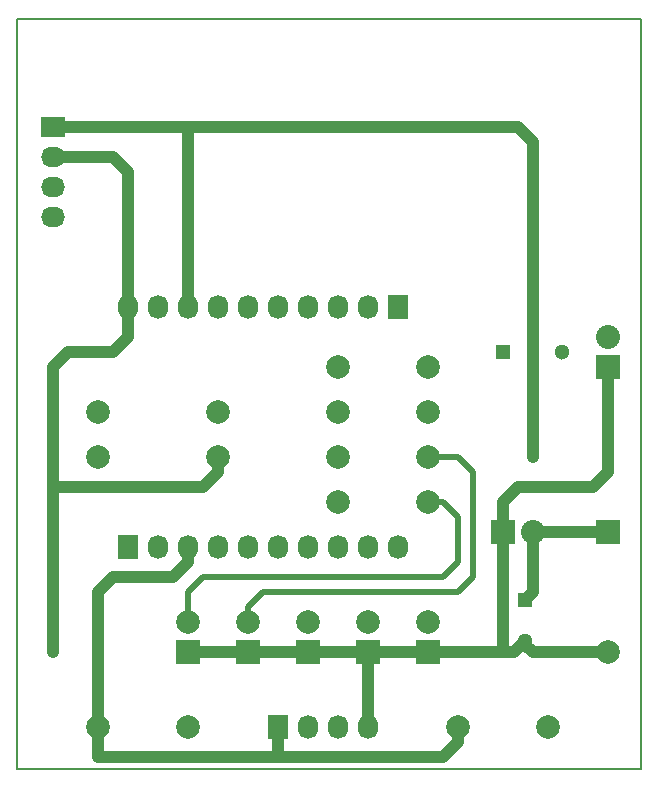
<source format=gbr>
G04 #@! TF.FileFunction,Copper,L1,Top,Signal*
%FSLAX46Y46*%
G04 Gerber Fmt 4.6, Leading zero omitted, Abs format (unit mm)*
G04 Created by KiCad (PCBNEW 4.0.5+dfsg1-4) date Wed Jul 15 16:21:16 2020*
%MOMM*%
%LPD*%
G01*
G04 APERTURE LIST*
%ADD10C,0.150000*%
%ADD11C,1.998980*%
%ADD12R,2.000000X2.000000*%
%ADD13C,2.000000*%
%ADD14R,2.032000X1.727200*%
%ADD15O,2.032000X1.727200*%
%ADD16R,1.727200X2.032000*%
%ADD17O,1.727200X2.032000*%
%ADD18R,1.300000X1.300000*%
%ADD19C,1.300000*%
%ADD20R,2.032000X2.032000*%
%ADD21O,2.032000X2.032000*%
%ADD22R,1.998980X1.998980*%
%ADD23C,0.600000*%
%ADD24C,1.000000*%
%ADD25C,0.500000*%
G04 APERTURE END LIST*
D10*
X123952000Y-67056000D02*
X123952000Y-130556000D01*
X176784000Y-67056000D02*
X123952000Y-67056000D01*
X176784000Y-130556000D02*
X176784000Y-67056000D01*
X123952000Y-130556000D02*
X176784000Y-130556000D01*
D11*
X158750000Y-96520000D03*
X151130000Y-96520000D03*
X151130000Y-100330000D03*
X158750000Y-100330000D03*
X151130000Y-107950000D03*
X158750000Y-107950000D03*
X151130000Y-104140000D03*
X158750000Y-104140000D03*
X130810000Y-127000000D03*
X138430000Y-127000000D03*
X130810000Y-100330000D03*
X140970000Y-100330000D03*
X130810000Y-104140000D03*
X140970000Y-104140000D03*
D12*
X138430000Y-120650000D03*
D13*
X138430000Y-118110000D03*
D12*
X143510000Y-120650000D03*
D13*
X143510000Y-118110000D03*
D12*
X148590000Y-120650000D03*
D13*
X148590000Y-118110000D03*
D12*
X153670000Y-120650000D03*
D13*
X153670000Y-118110000D03*
D12*
X158750000Y-120650000D03*
D13*
X158750000Y-118110000D03*
D14*
X127000000Y-76200000D03*
D15*
X127000000Y-78740000D03*
X127000000Y-81280000D03*
X127000000Y-83820000D03*
D16*
X133350000Y-111760000D03*
D17*
X135890000Y-111760000D03*
X138430000Y-111760000D03*
X140970000Y-111760000D03*
X143510000Y-111760000D03*
X146050000Y-111760000D03*
X148590000Y-111760000D03*
X151130000Y-111760000D03*
X153670000Y-111760000D03*
X156210000Y-111760000D03*
D16*
X156210000Y-91440000D03*
D17*
X153670000Y-91440000D03*
X151130000Y-91440000D03*
X148590000Y-91440000D03*
X146050000Y-91440000D03*
X143510000Y-91440000D03*
X140970000Y-91440000D03*
X138430000Y-91440000D03*
X135890000Y-91440000D03*
X133350000Y-91440000D03*
D18*
X165100000Y-95250000D03*
D19*
X170100000Y-95250000D03*
D20*
X165100000Y-110490000D03*
D21*
X167640000Y-110490000D03*
D20*
X173990000Y-96520000D03*
D21*
X173990000Y-93980000D03*
D19*
X167005000Y-119705000D03*
D18*
X167005000Y-116205000D03*
D16*
X146050000Y-127000000D03*
D17*
X148590000Y-127000000D03*
X151130000Y-127000000D03*
X153670000Y-127000000D03*
D11*
X168910000Y-127000000D03*
X161290000Y-127000000D03*
X173992540Y-120650000D03*
D22*
X173992540Y-110490000D03*
D23*
X167640000Y-104140000D03*
X127000000Y-120650000D03*
D24*
X138430000Y-76200000D02*
X166370000Y-76200000D01*
X167640000Y-77470000D02*
X167640000Y-104140000D01*
X166370000Y-76200000D02*
X167640000Y-77470000D01*
X138430000Y-91440000D02*
X138430000Y-76200000D01*
X127000000Y-76200000D02*
X138430000Y-76200000D01*
X167640000Y-110490000D02*
X167640000Y-115570000D01*
X167640000Y-115570000D02*
X167005000Y-116205000D01*
X167640000Y-110490000D02*
X173992540Y-110490000D01*
X143510000Y-120650000D02*
X138430000Y-120650000D01*
X148590000Y-120650000D02*
X143510000Y-120650000D01*
X153670000Y-120650000D02*
X148590000Y-120650000D01*
X133350000Y-91440000D02*
X133350000Y-93980000D01*
X133350000Y-93980000D02*
X132080000Y-95250000D01*
X132080000Y-95250000D02*
X128270000Y-95250000D01*
X128270000Y-95250000D02*
X127000000Y-96520000D01*
X127000000Y-96520000D02*
X127000000Y-106680000D01*
X140970000Y-104140000D02*
X140970000Y-105410000D01*
X127000000Y-106680000D02*
X127000000Y-120650000D01*
X139700000Y-106680000D02*
X127000000Y-106680000D01*
X140970000Y-105410000D02*
X139700000Y-106680000D01*
X133350000Y-91440000D02*
X133350000Y-80010000D01*
X133350000Y-80010000D02*
X132080000Y-78740000D01*
X132080000Y-78740000D02*
X127000000Y-78740000D01*
X165100000Y-120650000D02*
X158750000Y-120650000D01*
X158750000Y-120650000D02*
X153670000Y-120650000D01*
X165100000Y-110490000D02*
X165100000Y-107950000D01*
X173990000Y-105410000D02*
X173990000Y-96520000D01*
X172720000Y-106680000D02*
X173990000Y-105410000D01*
X166370000Y-106680000D02*
X172720000Y-106680000D01*
X165100000Y-107950000D02*
X166370000Y-106680000D01*
X153670000Y-127000000D02*
X153670000Y-120650000D01*
X165100000Y-110490000D02*
X165100000Y-120650000D01*
X167005000Y-119705000D02*
X167005000Y-120015000D01*
X167005000Y-120015000D02*
X167640000Y-120650000D01*
X167640000Y-120650000D02*
X173992540Y-120650000D01*
X165100000Y-120650000D02*
X166060000Y-120650000D01*
X166060000Y-120650000D02*
X167005000Y-119705000D01*
X130810000Y-127000000D02*
X130810000Y-115570000D01*
X138430000Y-113030000D02*
X138430000Y-111760000D01*
X137160000Y-114300000D02*
X138430000Y-113030000D01*
X132080000Y-114300000D02*
X137160000Y-114300000D01*
X130810000Y-115570000D02*
X132080000Y-114300000D01*
X146050000Y-129540000D02*
X160020000Y-129540000D01*
X161290000Y-128270000D02*
X161290000Y-127000000D01*
X160020000Y-129540000D02*
X161290000Y-128270000D01*
X130810000Y-127000000D02*
X130810000Y-129540000D01*
X146050000Y-129540000D02*
X146050000Y-127000000D01*
X130810000Y-129540000D02*
X146050000Y-129540000D01*
D25*
X143510000Y-118110000D02*
X143510000Y-116840000D01*
X161290000Y-104140000D02*
X158750000Y-104140000D01*
X162560000Y-105410000D02*
X161290000Y-104140000D01*
X162560000Y-114300000D02*
X162560000Y-105410000D01*
X161290000Y-115570000D02*
X162560000Y-114300000D01*
X144780000Y-115570000D02*
X161290000Y-115570000D01*
X143510000Y-116840000D02*
X144780000Y-115570000D01*
X158750000Y-107950000D02*
X160020000Y-107950000D01*
X138430000Y-115570000D02*
X138430000Y-118110000D01*
X139700000Y-114300000D02*
X138430000Y-115570000D01*
X149860000Y-114300000D02*
X139700000Y-114300000D01*
X160020000Y-114300000D02*
X149860000Y-114300000D01*
X161290000Y-113030000D02*
X160020000Y-114300000D01*
X161290000Y-109220000D02*
X161290000Y-113030000D01*
X160020000Y-107950000D02*
X161290000Y-109220000D01*
M02*

</source>
